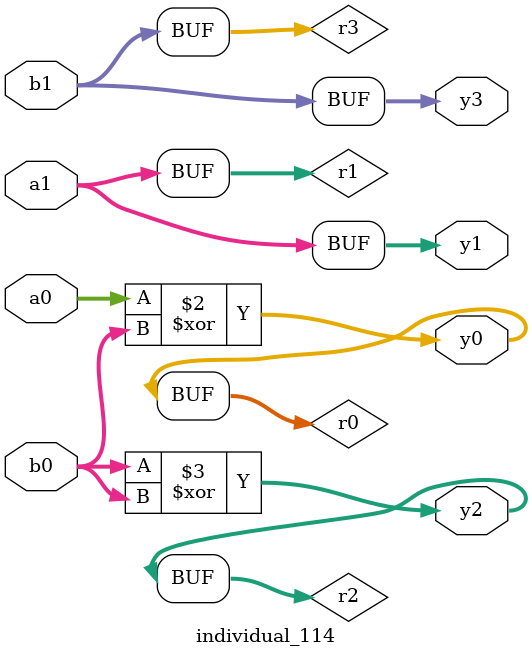
<source format=sv>
module individual_114(input logic [15:0] a1, input logic [15:0] a0, input logic [15:0] b1, input logic [15:0] b0, output logic [15:0] y3, output logic [15:0] y2, output logic [15:0] y1, output logic [15:0] y0);
logic [15:0] r0, r1, r2, r3; 
 always@(*) begin 
	 r0 = a0; r1 = a1; r2 = b0; r3 = b1; 
 	 r0  ^=  r2 ;
 	 r2  ^=  r2 ;
 	 y3 = r3; y2 = r2; y1 = r1; y0 = r0; 
end
endmodule
</source>
